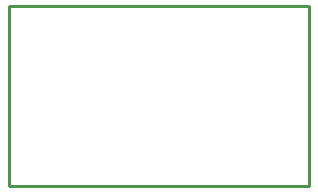
<source format=gbr>
%TF.GenerationSoftware,KiCad,Pcbnew,5.1.0-rc2-unknown-036be7d~80~ubuntu16.04.1*%
%TF.CreationDate,2022-06-01T13:33:31+03:00*%
%TF.ProjectId,Flash-e_Rev_C,466c6173-682d-4655-9f52-65765f432e6b,A*%
%TF.SameCoordinates,Original*%
%TF.FileFunction,Profile,NP*%
%FSLAX46Y46*%
G04 Gerber Fmt 4.6, Leading zero omitted, Abs format (unit mm)*
G04 Created by KiCad (PCBNEW 5.1.0-rc2-unknown-036be7d~80~ubuntu16.04.1) date 2022-06-01 13:33:31*
%MOMM*%
%LPD*%
G04 APERTURE LIST*
%ADD10C,0.254000*%
G04 APERTURE END LIST*
D10*
X157480000Y-83820000D02*
X132080000Y-83820000D01*
X157480000Y-99060000D02*
X157480000Y-83820000D01*
X132080000Y-99060000D02*
X157480000Y-99060000D01*
X132080000Y-83820000D02*
X132080000Y-99060000D01*
M02*

</source>
